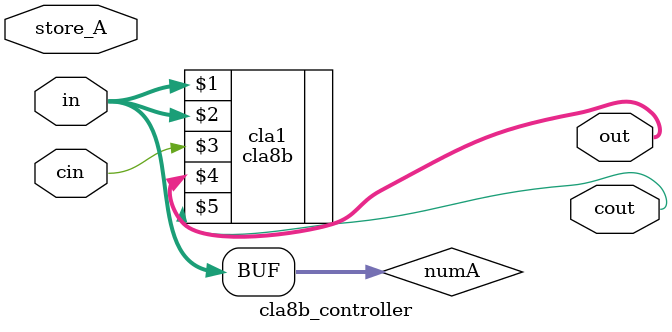
<source format=v>
`timescale 1ns / 1ps
module cla8b_controller(in, store_A, cin, out, cout
    );
	
	// Assigning pins as in/out
	input [7:0] in;
	input store_A, cin;
	output [7:0] out;
	output cout;
	
	// Registers needed to store A
	reg [7:0] numA;
	initial numA = 8'b00000000;
	
	// Logic connections
	// RCA adds the register and the RT input
	cla8b cla1(numA, in, cin, out, cout);
	
	// Update register when button is pressed
	always @(store_A)
		numA <= in;

endmodule

</source>
